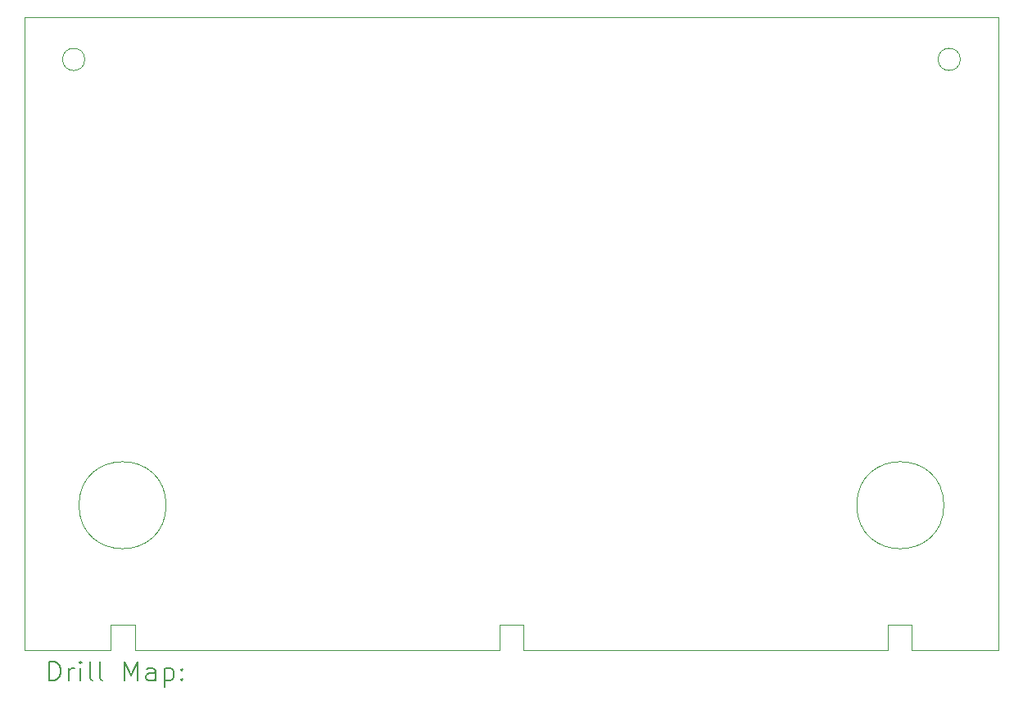
<source format=gbr>
%TF.GenerationSoftware,KiCad,Pcbnew,(6.0.7-1)-1*%
%TF.CreationDate,2022-10-12T18:16:15+11:00*%
%TF.ProjectId,CAT emulator B,43415420-656d-4756-9c61-746f7220422e,rev?*%
%TF.SameCoordinates,Original*%
%TF.FileFunction,Drillmap*%
%TF.FilePolarity,Positive*%
%FSLAX45Y45*%
G04 Gerber Fmt 4.5, Leading zero omitted, Abs format (unit mm)*
G04 Created by KiCad (PCBNEW (6.0.7-1)-1) date 2022-10-12 18:16:15*
%MOMM*%
%LPD*%
G01*
G04 APERTURE LIST*
%ADD10C,0.100000*%
%ADD11C,0.200000*%
G04 APERTURE END LIST*
D10*
X20997600Y-13038000D02*
X20997600Y-12778000D01*
X16462600Y-6928000D02*
G75*
G03*
X16462600Y-6928000I-115000J0D01*
G01*
X20997600Y-12778000D02*
X20747600Y-12778000D01*
X25342600Y-11538000D02*
G75*
G03*
X25342600Y-11538000I-450000J0D01*
G01*
X16732600Y-12778000D02*
X16732600Y-13038000D01*
X25012600Y-12778000D02*
X24762600Y-12778000D01*
X16982600Y-13038000D02*
X16982600Y-12778000D01*
X16982600Y-13038000D02*
X20747600Y-13038000D01*
X20747600Y-12778000D02*
X20747600Y-13038000D01*
X17302600Y-11538000D02*
G75*
G03*
X17302600Y-11538000I-450000J0D01*
G01*
X25012600Y-13038000D02*
X25012600Y-12778000D01*
X16982600Y-12778000D02*
X16732600Y-12778000D01*
X20997600Y-13038000D02*
X24762600Y-13038000D01*
X25902600Y-6488000D02*
X15842600Y-6488000D01*
X15842600Y-6488000D02*
X15842600Y-13038000D01*
X25902600Y-13038000D02*
X25902600Y-6488000D01*
X25512600Y-6928000D02*
G75*
G03*
X25512600Y-6928000I-115000J0D01*
G01*
X24762600Y-12778000D02*
X24762600Y-13038000D01*
X25012600Y-13038000D02*
X25902600Y-13038000D01*
X15842600Y-13038000D02*
X16732600Y-13038000D01*
D11*
X16095219Y-13353476D02*
X16095219Y-13153476D01*
X16142838Y-13153476D01*
X16171409Y-13163000D01*
X16190457Y-13182048D01*
X16199981Y-13201095D01*
X16209505Y-13239190D01*
X16209505Y-13267762D01*
X16199981Y-13305857D01*
X16190457Y-13324905D01*
X16171409Y-13343952D01*
X16142838Y-13353476D01*
X16095219Y-13353476D01*
X16295219Y-13353476D02*
X16295219Y-13220143D01*
X16295219Y-13258238D02*
X16304743Y-13239190D01*
X16314267Y-13229667D01*
X16333314Y-13220143D01*
X16352362Y-13220143D01*
X16419028Y-13353476D02*
X16419028Y-13220143D01*
X16419028Y-13153476D02*
X16409505Y-13163000D01*
X16419028Y-13172524D01*
X16428552Y-13163000D01*
X16419028Y-13153476D01*
X16419028Y-13172524D01*
X16542838Y-13353476D02*
X16523790Y-13343952D01*
X16514267Y-13324905D01*
X16514267Y-13153476D01*
X16647600Y-13353476D02*
X16628552Y-13343952D01*
X16619028Y-13324905D01*
X16619028Y-13153476D01*
X16876171Y-13353476D02*
X16876171Y-13153476D01*
X16942838Y-13296333D01*
X17009505Y-13153476D01*
X17009505Y-13353476D01*
X17190457Y-13353476D02*
X17190457Y-13248714D01*
X17180933Y-13229667D01*
X17161886Y-13220143D01*
X17123790Y-13220143D01*
X17104743Y-13229667D01*
X17190457Y-13343952D02*
X17171410Y-13353476D01*
X17123790Y-13353476D01*
X17104743Y-13343952D01*
X17095219Y-13324905D01*
X17095219Y-13305857D01*
X17104743Y-13286809D01*
X17123790Y-13277286D01*
X17171410Y-13277286D01*
X17190457Y-13267762D01*
X17285695Y-13220143D02*
X17285695Y-13420143D01*
X17285695Y-13229667D02*
X17304743Y-13220143D01*
X17342838Y-13220143D01*
X17361886Y-13229667D01*
X17371410Y-13239190D01*
X17380933Y-13258238D01*
X17380933Y-13315381D01*
X17371410Y-13334428D01*
X17361886Y-13343952D01*
X17342838Y-13353476D01*
X17304743Y-13353476D01*
X17285695Y-13343952D01*
X17466648Y-13334428D02*
X17476171Y-13343952D01*
X17466648Y-13353476D01*
X17457124Y-13343952D01*
X17466648Y-13334428D01*
X17466648Y-13353476D01*
X17466648Y-13229667D02*
X17476171Y-13239190D01*
X17466648Y-13248714D01*
X17457124Y-13239190D01*
X17466648Y-13229667D01*
X17466648Y-13248714D01*
M02*

</source>
